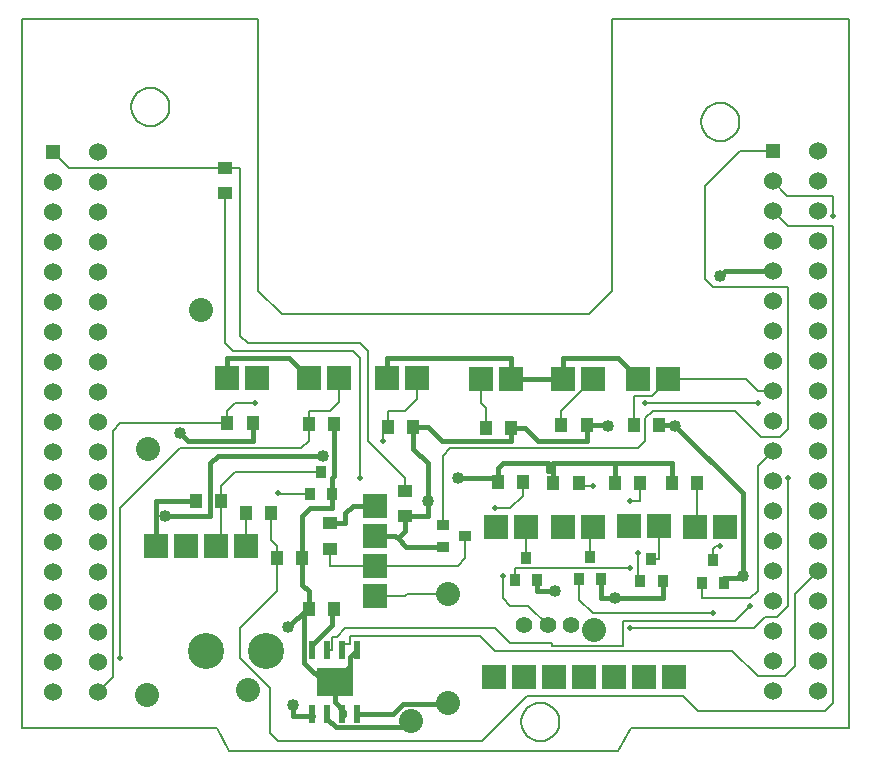
<source format=gbr>
G04 PROTEUS GERBER X2 FILE*
%TF.GenerationSoftware,Labcenter,Proteus,8.12-SP0-Build30713*%
%TF.CreationDate,2021-08-06T04:24:26+00:00*%
%TF.FileFunction,Copper,L1,Top*%
%TF.FilePolarity,Positive*%
%TF.Part,Single*%
%TF.SameCoordinates,{793229e0-97f6-4af7-a571-5be770182b8e}*%
%FSLAX45Y45*%
%MOMM*%
G01*
%TA.AperFunction,Conductor*%
%ADD10C,0.381000*%
%ADD11C,0.203200*%
%TA.AperFunction,ViaPad*%
%ADD12C,1.016000*%
%ADD13C,0.508000*%
%TA.AperFunction,ComponentPad*%
%ADD14R,1.270000X1.270000*%
%ADD15C,1.524000*%
%TA.AperFunction,ComponentPad*%
%ADD16C,2.032000*%
%TA.AperFunction,ComponentPad*%
%ADD17C,3.048000*%
%TA.AperFunction,SMDPad,CuDef*%
%ADD18R,0.609600X1.549400*%
%ADD19R,3.149600X2.438400*%
%TA.AperFunction,SMDPad,CuDef*%
%ADD70R,1.016000X1.270000*%
%TA.AperFunction,ComponentPad*%
%ADD71R,2.032000X2.032000*%
%TA.AperFunction,SMDPad,CuDef*%
%ADD20R,1.016000X0.889000*%
%TA.AperFunction,SMDPad,CuDef*%
%ADD21R,1.270000X1.016000*%
%TA.AperFunction,SMDPad,CuDef*%
%ADD22R,0.889000X1.016000*%
%TA.AperFunction,WasherPad*%
%ADD23C,1.397000*%
%TA.AperFunction,Profile*%
%ADD24C,0.203200*%
%TD.AperFunction*%
D10*
X+2291905Y+192055D02*
X+2291905Y+102055D01*
X+2459920Y+102055D01*
X+2463215Y+98760D01*
X+2459500Y+120000D01*
X+4144000Y+2950000D02*
X+4144000Y+3127000D01*
X+3090000Y+3127000D01*
X+3090000Y+2960000D01*
X+1736000Y+2960000D02*
X+1736000Y+3127000D01*
X+2263000Y+3127000D01*
X+2430000Y+2960000D01*
X+4580000Y+2950000D02*
X+4580000Y+3127000D01*
X+5043000Y+3127000D01*
X+5220000Y+2950000D01*
X+4144000Y+2950000D02*
X+4144001Y+2950001D01*
X+4325500Y+2950001D01*
X+4325501Y+2950000D01*
X+4580000Y+2950000D01*
X+3690500Y+2111000D02*
X+4030000Y+2111000D01*
X+4071500Y+2238000D02*
X+4030000Y+2196500D01*
X+4030000Y+2111000D01*
X+5020000Y+2238000D02*
X+4500000Y+2238000D01*
X+4500000Y+2174500D01*
X+4071500Y+2238000D02*
X+4452500Y+2238000D01*
X+4452500Y+2174500D01*
X+4500000Y+2174500D01*
X+4500000Y+2070000D01*
X+5020000Y+2238000D02*
X+5500000Y+2238000D01*
X+5500000Y+2070000D01*
X+1214000Y+1793500D02*
X+1595000Y+1793500D01*
X+1595000Y+2238000D01*
X+1658500Y+2301500D01*
X+2547500Y+2301500D01*
X+4030000Y+2111000D02*
X+4030000Y+2080000D01*
X+5020000Y+2174500D02*
X+5020000Y+2238000D01*
X+5020000Y+2174500D02*
X+5020000Y+2070000D01*
X+1341000Y+1920000D02*
X+1470000Y+1920000D01*
X+1138000Y+1540000D02*
X+1138000Y+1920000D01*
X+1341000Y+1920000D01*
X+2992000Y+1880000D02*
X+2801500Y+1880000D01*
X+2738000Y+1816500D01*
X+2738000Y+1730000D01*
X+2611000Y+1730000D01*
X+2426640Y+1010000D02*
X+2426640Y+1158500D01*
X+2373360Y+1211780D01*
X+2373360Y+1440000D01*
X+5024000Y+1095000D02*
X+4903980Y+1095000D01*
X+4903980Y+1259500D01*
X+4140000Y+2540000D02*
X+4262000Y+2540000D01*
X+4373500Y+2428500D01*
X+4780000Y+2428500D01*
X+4780000Y+2560000D01*
X+5024000Y+1095000D02*
X+5423980Y+1095000D01*
X+5423980Y+1239500D01*
X+5532000Y+2555500D02*
X+6103500Y+1984000D01*
X+6103500Y+1285500D01*
X+4140000Y+2540000D02*
X+4140000Y+2428500D01*
X+3558000Y+2428500D01*
X+3436500Y+2550000D01*
X+3313360Y+2550000D01*
X+6356000Y+3864000D02*
X+5951500Y+3864000D01*
X+5913000Y+3825500D01*
X+1341000Y+2492000D02*
X+1404500Y+2428500D01*
X+1953360Y+2428500D01*
X+1953360Y+2580000D01*
X+3313360Y+2550000D02*
X+3313360Y+2361140D01*
X+3436500Y+2238000D01*
X+3246000Y+1793640D02*
X+3436500Y+1793640D01*
X+3436500Y+1920500D01*
X+3182500Y+1603000D02*
X+3253480Y+1532020D01*
X+3563500Y+1532020D01*
X+2373360Y+1440000D02*
X+2373360Y+1793500D01*
X+2436860Y+1857000D01*
X+2623980Y+1857000D01*
X+2623980Y+1979500D01*
X+2623980Y+2111000D01*
X+2643360Y+2130380D01*
X+2643360Y+2570000D01*
X+6103500Y+1285500D02*
X+6084450Y+1266450D01*
X+5943980Y+1266450D01*
X+5943980Y+1229500D01*
X+2992000Y+1626000D02*
X+3159500Y+1626000D01*
X+3182500Y+1603000D01*
X+5532000Y+2555500D02*
X+5527500Y+2560000D01*
X+5393360Y+2560000D01*
X+4780000Y+2560000D02*
X+4956000Y+2560000D01*
X+4960500Y+2555500D01*
X+3436500Y+2238000D02*
X+3436500Y+1920500D01*
X+3246000Y+1793640D02*
X+3246000Y+1666500D01*
X+3182500Y+1603000D01*
X+4516000Y+1158500D02*
X+4363980Y+1158500D01*
X+4363980Y+1249500D01*
X+2650000Y+390000D02*
X+2780789Y+520789D01*
X+2780789Y+600289D01*
X+2840500Y+660000D01*
X+2426640Y+1010000D02*
X+2411434Y+1010000D01*
X+2252372Y+850938D01*
X+2650000Y+390000D02*
X+2553532Y+390000D01*
X+2390738Y+552794D01*
X+2390738Y+974098D01*
X+2426640Y+1010000D01*
X+2650000Y+240000D02*
X+2650000Y+215061D01*
X+2730062Y+134999D01*
X+2730062Y+105349D01*
X+2713500Y+120000D01*
X+2650000Y+390000D02*
X+2650000Y+240000D01*
D11*
X+5700000Y+1700000D02*
X+5713360Y+1713360D01*
X+5713360Y+2070000D01*
X+5913000Y+1539500D02*
X+5875400Y+1539500D01*
X+5850000Y+1514100D01*
X+5850000Y+1420000D01*
X+4008000Y+1857000D02*
X+4135000Y+1857000D01*
X+4243360Y+1965360D01*
X+4243360Y+2080000D01*
X+4264000Y+1700000D02*
X+4270000Y+1694000D01*
X+4270000Y+1440000D01*
X+4833500Y+2047500D02*
X+4713360Y+2047500D01*
X+4713360Y+2070000D01*
X+4834000Y+1700000D02*
X+4810000Y+1676000D01*
X+4810000Y+1450000D01*
X+5151000Y+1920500D02*
X+5233360Y+1920500D01*
X+5233360Y+2070000D01*
X+5394000Y+1710000D02*
X+5394000Y+1430000D01*
X+5330000Y+1430000D01*
D10*
X+2459500Y+660000D02*
X+2449500Y+660000D01*
X+2449500Y+694630D01*
X+2627819Y+872949D01*
X+2627819Y+946500D01*
X+2640000Y+1010000D01*
X+3290000Y+60000D02*
X+3235371Y+5371D01*
X+2659781Y+5371D01*
X+2586500Y+78652D01*
X+2586500Y+120000D01*
X+3610000Y+210000D02*
X+3556962Y+201938D01*
X+3553668Y+198644D01*
X+3224226Y+198644D01*
X+3145582Y+120000D01*
X+2840500Y+120000D01*
D11*
X+5849500Y+968000D02*
X+4833500Y+968000D01*
X+4716020Y+1085480D01*
X+4716020Y+1259500D01*
X+5151000Y+1349000D02*
X+4176020Y+1349000D01*
X+4176020Y+1249500D01*
X+6484500Y+2111000D02*
X+6484500Y+1031500D01*
X+6392190Y+939190D01*
X+6294000Y+939190D01*
X+6195810Y+841000D01*
X+5151000Y+841000D01*
X+6356000Y+2340000D02*
X+6230500Y+2214500D01*
X+6230500Y+1158500D01*
X+6167000Y+1095000D01*
X+5756020Y+1095000D01*
X+5756020Y+1229500D01*
X+6737000Y+1324000D02*
X+6548000Y+1135000D01*
X+6548000Y+523500D01*
X+6459500Y+435000D01*
X+6230500Y+435000D01*
X+6015000Y+650500D01*
X+4008000Y+650500D01*
X+3881000Y+777500D01*
X+2780360Y+777500D01*
X+2780360Y+709530D01*
X+2713500Y+709530D01*
X+2713500Y+660000D01*
X+6167000Y+1031500D02*
X+6040000Y+904500D01*
X+5087500Y+904500D01*
X+5087500Y+695800D01*
X+4491758Y+695800D01*
X+4491758Y+714000D01*
X+4135000Y+714000D01*
X+4008000Y+841000D01*
X+2738000Y+841000D01*
X+2665755Y+768755D01*
X+2626030Y+768755D01*
X+2626030Y+660000D01*
X+2586500Y+660000D01*
X+4834000Y+2950000D02*
X+4566640Y+2682640D01*
X+4566640Y+2560000D01*
X+5278000Y+2746000D02*
X+6230500Y+2746000D01*
X+5474000Y+2950000D02*
X+5333500Y+2809500D01*
X+5180000Y+2809500D01*
X+5180000Y+2560000D01*
X+5474000Y+2950000D02*
X+6128500Y+2950000D01*
X+6230500Y+2848000D01*
X+6356000Y+2848000D01*
X+3890000Y+2950000D02*
X+3890000Y+2746000D01*
X+3926640Y+2709360D01*
X+3926640Y+2540000D01*
X+6865500Y+4333500D02*
X+6865500Y+4502810D01*
X+6479190Y+4502810D01*
X+6356000Y+4626000D01*
X+2160000Y+1440000D02*
X+2160000Y+1539500D01*
X+2110000Y+1589500D01*
X+2110000Y+1820000D01*
X+1740000Y+2580000D02*
X+833000Y+2580000D01*
X+769500Y+2516500D01*
X+769500Y+432500D01*
X+641000Y+304000D01*
X+1740000Y+2580000D02*
X+1740000Y+2682500D01*
X+1803500Y+2746000D01*
X+1976000Y+2746000D01*
X+2430000Y+2570000D02*
X+2430000Y+2682500D01*
X+2611000Y+2682500D01*
X+2684000Y+2755500D01*
X+2684000Y+2960000D01*
X+2430000Y+2570000D02*
X+2430000Y+2428500D01*
X+2366500Y+2365000D01*
X+1341000Y+2365000D01*
X+833000Y+1857000D01*
X+833000Y+587000D01*
X+1722000Y+4737360D02*
X+1849000Y+4737360D01*
X+1849000Y+3317500D01*
X+1912500Y+3254000D01*
X+2865000Y+3254000D01*
X+2928500Y+3190500D01*
X+2928500Y+2428500D01*
X+3246000Y+2111000D01*
X+3246000Y+2007000D01*
X+1722000Y+4737360D02*
X+398640Y+4737360D01*
X+260000Y+4876000D01*
X+2166500Y+1984000D02*
X+2171000Y+1979500D01*
X+2436020Y+1979500D01*
X+3100000Y+2550000D02*
X+3055500Y+2550000D01*
X+3055500Y+2428500D01*
X+3100000Y+2550000D02*
X+3100000Y+2682500D01*
X+3246000Y+2682500D01*
X+3344000Y+2780500D01*
X+3344000Y+2960000D01*
X+4071500Y+1285500D02*
X+4071500Y+1095000D01*
X+4135000Y+1031500D01*
X+4288500Y+1031500D01*
X+4450000Y+870000D01*
X+1900000Y+1540000D02*
X+1896640Y+1543360D01*
X+1896640Y+1820000D01*
X+1683360Y+1920000D02*
X+1683360Y+2047500D01*
X+1805860Y+2170000D01*
X+2530000Y+2170000D01*
X+1683360Y+1920000D02*
X+1683360Y+1577360D01*
X+1646000Y+1540000D01*
X+2865000Y+2111000D02*
X+2865000Y+3127000D01*
X+2801500Y+3190500D01*
X+1785500Y+3190500D01*
X+1722000Y+3254000D01*
X+1722000Y+4524000D01*
X+2992000Y+1118000D02*
X+3246000Y+1118000D01*
X+3258000Y+1130000D01*
X+3610000Y+1130000D01*
X+2992000Y+1372000D02*
X+3690500Y+1372000D01*
X+3754000Y+1435500D01*
X+3754000Y+1626000D01*
X+2992000Y+1372000D02*
X+2611000Y+1372000D01*
X+2611000Y+1516640D01*
X+2160000Y+1440000D02*
X+2160000Y+1158500D01*
X+1849000Y+847500D01*
X+1849000Y+587000D01*
X+2103000Y+333000D01*
X+2103000Y-48000D01*
X+2166500Y-111500D01*
X+3898500Y-111500D01*
X+4279500Y+269500D01*
X+5595500Y+269500D01*
X+5722500Y+142500D01*
X+6802000Y+142500D01*
X+6865500Y+206000D01*
X+6865500Y+4245000D01*
X+6483000Y+4245000D01*
X+6356000Y+4372000D01*
X+3563500Y+1719980D02*
X+3563500Y+2301500D01*
X+3627000Y+2365000D01*
X+5214500Y+2365000D01*
X+5278000Y+2428500D01*
X+5278000Y+2619000D01*
X+5341500Y+2682500D01*
X+6040000Y+2682500D01*
X+6259310Y+2463190D01*
X+6421000Y+2463190D01*
X+6484500Y+2526690D01*
X+6484500Y+3734260D01*
X+5849500Y+3734260D01*
X+5786000Y+3797760D01*
X+5786000Y+4586000D01*
X+6080000Y+4880000D01*
X+6356000Y+4880000D01*
X+5236020Y+1239500D02*
X+5214500Y+1239500D01*
X+5214500Y+1476000D01*
D12*
X+2291905Y+192055D03*
X+2547500Y+2301500D03*
X+1214000Y+1793500D03*
X+3690500Y+2111000D03*
X+5024000Y+1095000D03*
X+5913000Y+3825500D03*
X+1341000Y+2492000D03*
X+4960500Y+2555500D03*
X+4516000Y+1158500D03*
X+3436500Y+1920500D03*
X+6103500Y+1285500D03*
X+5532000Y+2555500D03*
X+2252372Y+850938D03*
D13*
X+5913000Y+1539500D03*
X+4008000Y+1857000D03*
X+4833500Y+2047500D03*
X+5151000Y+1920500D03*
X+5849500Y+968000D03*
X+5151000Y+1349000D03*
X+5151000Y+841000D03*
X+6484500Y+2111000D03*
X+6167000Y+1031500D03*
X+6230500Y+2746000D03*
X+5278000Y+2746000D03*
X+6865500Y+4333500D03*
X+1976000Y+2746000D03*
X+833000Y+587000D03*
X+2166500Y+1984000D03*
X+3055500Y+2428500D03*
X+4071500Y+1285500D03*
X+2865000Y+2111000D03*
X+5214500Y+1476000D03*
D14*
X+260000Y+4876000D03*
D15*
X+641000Y+4876000D03*
X+260000Y+4622000D03*
X+641000Y+4622000D03*
X+260000Y+4368000D03*
X+641000Y+4368000D03*
X+260000Y+4114000D03*
X+641000Y+4114000D03*
X+260000Y+3860000D03*
X+641000Y+3860000D03*
X+260000Y+3606000D03*
X+641000Y+3606000D03*
X+260000Y+3352000D03*
X+641000Y+3352000D03*
X+260000Y+3098000D03*
X+641000Y+3098000D03*
X+260000Y+2844000D03*
X+641000Y+2844000D03*
X+260000Y+2590000D03*
X+641000Y+2590000D03*
X+260000Y+2336000D03*
X+641000Y+2336000D03*
X+260000Y+2082000D03*
X+641000Y+2082000D03*
X+260000Y+1828000D03*
X+641000Y+1828000D03*
X+260000Y+1574000D03*
X+641000Y+1574000D03*
X+260000Y+1320000D03*
X+641000Y+1320000D03*
X+260000Y+1066000D03*
X+641000Y+1066000D03*
X+260000Y+812000D03*
X+641000Y+812000D03*
X+260000Y+558000D03*
X+641000Y+558000D03*
X+260000Y+304000D03*
X+641000Y+304000D03*
D14*
X+6356000Y+4880000D03*
D15*
X+6737000Y+4880000D03*
X+6356000Y+4626000D03*
X+6737000Y+4626000D03*
X+6356000Y+4372000D03*
X+6737000Y+4372000D03*
X+6356000Y+4118000D03*
X+6737000Y+4118000D03*
X+6356000Y+3864000D03*
X+6737000Y+3864000D03*
X+6356000Y+3610000D03*
X+6737000Y+3610000D03*
X+6356000Y+3356000D03*
X+6737000Y+3356000D03*
X+6356000Y+3102000D03*
X+6737000Y+3102000D03*
X+6356000Y+2848000D03*
X+6737000Y+2848000D03*
X+6356000Y+2594000D03*
X+6737000Y+2594000D03*
X+6356000Y+2340000D03*
X+6737000Y+2340000D03*
X+6356000Y+2086000D03*
X+6737000Y+2086000D03*
X+6356000Y+1832000D03*
X+6737000Y+1832000D03*
X+6356000Y+1578000D03*
X+6737000Y+1578000D03*
X+6356000Y+1324000D03*
X+6737000Y+1324000D03*
X+6356000Y+1070000D03*
X+6737000Y+1070000D03*
X+6356000Y+816000D03*
X+6737000Y+816000D03*
X+6356000Y+562000D03*
X+6737000Y+562000D03*
X+6356000Y+308000D03*
X+6737000Y+308000D03*
D16*
X+1060000Y+280000D03*
X+1520000Y+3540000D03*
X+1070000Y+2360000D03*
D17*
X+1560000Y+650000D03*
X+2068000Y+650000D03*
D16*
X+1910000Y+320000D03*
D18*
X+2840500Y+660000D03*
X+2713500Y+660000D03*
X+2586500Y+660000D03*
X+2459500Y+660000D03*
X+2459500Y+120000D03*
X+2586500Y+120000D03*
X+2713500Y+120000D03*
X+2840500Y+120000D03*
D19*
X+2650000Y+390000D03*
D70*
X+2640000Y+1010000D03*
X+2426640Y+1010000D03*
D16*
X+3290000Y+60000D03*
X+3610000Y+210000D03*
D71*
X+5520000Y+430000D03*
X+5266000Y+430000D03*
X+5012000Y+430000D03*
X+4758000Y+430000D03*
X+4504000Y+430000D03*
X+4250000Y+430000D03*
X+3996000Y+430000D03*
X+2992000Y+1880000D03*
X+2992000Y+1626000D03*
X+2992000Y+1372000D03*
X+2992000Y+1118000D03*
D20*
X+3754000Y+1626000D03*
X+3563500Y+1719980D03*
X+3563500Y+1532020D03*
D21*
X+2611000Y+1730000D03*
X+2611000Y+1516640D03*
X+1722000Y+4524000D03*
X+1722000Y+4737360D03*
X+3246000Y+2007000D03*
X+3246000Y+1793640D03*
D16*
X+3610000Y+1130000D03*
D71*
X+1138000Y+1540000D03*
X+1392000Y+1540000D03*
X+1646000Y+1540000D03*
X+1900000Y+1540000D03*
D70*
X+1896640Y+1820000D03*
X+2110000Y+1820000D03*
X+1470000Y+1920000D03*
X+1683360Y+1920000D03*
X+2160000Y+1440000D03*
X+2373360Y+1440000D03*
D22*
X+2530000Y+2170000D03*
X+2436020Y+1979500D03*
X+2623980Y+1979500D03*
D71*
X+4010000Y+1700000D03*
X+4264000Y+1700000D03*
D22*
X+4270000Y+1440000D03*
X+4176020Y+1249500D03*
X+4363980Y+1249500D03*
D70*
X+4030000Y+2080000D03*
X+4243360Y+2080000D03*
D71*
X+4580000Y+1700000D03*
X+4834000Y+1700000D03*
D70*
X+4500000Y+2070000D03*
X+4713360Y+2070000D03*
D22*
X+4810000Y+1450000D03*
X+4716020Y+1259500D03*
X+4903980Y+1259500D03*
D71*
X+5140000Y+1710000D03*
X+5394000Y+1710000D03*
X+5700000Y+1700000D03*
X+5954000Y+1700000D03*
D22*
X+5330000Y+1430000D03*
X+5236020Y+1239500D03*
X+5423980Y+1239500D03*
X+5850000Y+1420000D03*
X+5756020Y+1229500D03*
X+5943980Y+1229500D03*
D70*
X+5020000Y+2070000D03*
X+5233360Y+2070000D03*
X+5500000Y+2070000D03*
X+5713360Y+2070000D03*
D23*
X+4250000Y+870000D03*
X+4450000Y+870000D03*
X+4650000Y+870000D03*
D16*
X+4840000Y+830000D03*
D71*
X+1736000Y+2960000D03*
X+1990000Y+2960000D03*
D70*
X+1740000Y+2580000D03*
X+1953360Y+2580000D03*
D71*
X+3890000Y+2950000D03*
X+4144000Y+2950000D03*
D70*
X+3926640Y+2540000D03*
X+4140000Y+2540000D03*
D71*
X+4580000Y+2950000D03*
X+4834000Y+2950000D03*
D70*
X+4566640Y+2560000D03*
X+4780000Y+2560000D03*
D71*
X+2430000Y+2960000D03*
X+2684000Y+2960000D03*
D70*
X+2430000Y+2570000D03*
X+2643360Y+2570000D03*
D71*
X+3090000Y+2960000D03*
X+3344000Y+2960000D03*
D70*
X+3100000Y+2550000D03*
X+3313360Y+2550000D03*
D71*
X+5220000Y+2950000D03*
X+5474000Y+2950000D03*
D70*
X+5180000Y+2560000D03*
X+5393360Y+2560000D03*
D24*
X+0Y+0D02*
X+1650000Y+0D01*
X+7000000Y+0D02*
X+7000000Y+6000000D01*
X+5000000Y+6000000D01*
X+5000000Y+3700000D01*
X+4800000Y+3500000D01*
X+2200000Y+3500000D01*
X+2000000Y+3700000D02*
X+2000000Y+6000000D01*
X+0Y+6000000D01*
X+0Y+0D01*
X+2000000Y+3700000D02*
X+2200000Y+3500000D01*
X+5160000Y+0D02*
X+7000000Y+0D01*
X+1750000Y-200000D02*
X+5050000Y-200000D01*
X+1650000Y+0D02*
X+1750000Y-200000D01*
X+5160000Y+0D02*
X+5050000Y-200000D01*
X+4550045Y+50000D02*
X+4549508Y+63142D01*
X+4545144Y+89427D01*
X+4536029Y+115712D01*
X+4521182Y+141997D01*
X+4498470Y+168118D01*
X+4472185Y+187898D01*
X+4445900Y+200658D01*
X+4419615Y+208108D01*
X+4393330Y+210987D01*
X+4389000Y+211045D01*
X+4227955Y+50000D02*
X+4228492Y+63142D01*
X+4232856Y+89427D01*
X+4241971Y+115712D01*
X+4256818Y+141997D01*
X+4279530Y+168118D01*
X+4305815Y+187898D01*
X+4332100Y+200658D01*
X+4358385Y+208108D01*
X+4384670Y+210987D01*
X+4389000Y+211045D01*
X+4227955Y+50000D02*
X+4228492Y+36858D01*
X+4232856Y+10573D01*
X+4241971Y-15712D01*
X+4256818Y-41997D01*
X+4279530Y-68118D01*
X+4305815Y-87898D01*
X+4332100Y-100658D01*
X+4358385Y-108108D01*
X+4384670Y-110987D01*
X+4389000Y-111045D01*
X+4550045Y+50000D02*
X+4549508Y+36858D01*
X+4545144Y+10573D01*
X+4536029Y-15712D01*
X+4521182Y-41997D01*
X+4498470Y-68118D01*
X+4472185Y-87898D01*
X+4445900Y-100658D01*
X+4419615Y-108108D01*
X+4393330Y-110987D01*
X+4389000Y-111045D01*
X+6074045Y+5130000D02*
X+6073508Y+5143142D01*
X+6069144Y+5169427D01*
X+6060029Y+5195712D01*
X+6045182Y+5221997D01*
X+6022470Y+5248118D01*
X+5996185Y+5267898D01*
X+5969900Y+5280658D01*
X+5943615Y+5288108D01*
X+5917330Y+5290987D01*
X+5913000Y+5291045D01*
X+5751955Y+5130000D02*
X+5752492Y+5143142D01*
X+5756856Y+5169427D01*
X+5765971Y+5195712D01*
X+5780818Y+5221997D01*
X+5803530Y+5248118D01*
X+5829815Y+5267898D01*
X+5856100Y+5280658D01*
X+5882385Y+5288108D01*
X+5908670Y+5290987D01*
X+5913000Y+5291045D01*
X+5751955Y+5130000D02*
X+5752492Y+5116858D01*
X+5756856Y+5090573D01*
X+5765971Y+5064288D01*
X+5780818Y+5038003D01*
X+5803530Y+5011882D01*
X+5829815Y+4992102D01*
X+5856100Y+4979342D01*
X+5882385Y+4971892D01*
X+5908670Y+4969013D01*
X+5913000Y+4968955D01*
X+6074045Y+5130000D02*
X+6073508Y+5116858D01*
X+6069144Y+5090573D01*
X+6060029Y+5064288D01*
X+6045182Y+5038003D01*
X+6022470Y+5011882D01*
X+5996185Y+4992102D01*
X+5969900Y+4979342D01*
X+5943615Y+4971892D01*
X+5917330Y+4969013D01*
X+5913000Y+4968955D01*
X+1248045Y+5257000D02*
X+1247508Y+5270142D01*
X+1243144Y+5296427D01*
X+1234029Y+5322712D01*
X+1219182Y+5348997D01*
X+1196470Y+5375118D01*
X+1170185Y+5394898D01*
X+1143900Y+5407658D01*
X+1117615Y+5415108D01*
X+1091330Y+5417987D01*
X+1087000Y+5418045D01*
X+925955Y+5257000D02*
X+926492Y+5270142D01*
X+930856Y+5296427D01*
X+939971Y+5322712D01*
X+954818Y+5348997D01*
X+977530Y+5375118D01*
X+1003815Y+5394898D01*
X+1030100Y+5407658D01*
X+1056385Y+5415108D01*
X+1082670Y+5417987D01*
X+1087000Y+5418045D01*
X+925955Y+5257000D02*
X+926492Y+5243858D01*
X+930856Y+5217573D01*
X+939971Y+5191288D01*
X+954818Y+5165003D01*
X+977530Y+5138882D01*
X+1003815Y+5119102D01*
X+1030100Y+5106342D01*
X+1056385Y+5098892D01*
X+1082670Y+5096013D01*
X+1087000Y+5095955D01*
X+1248045Y+5257000D02*
X+1247508Y+5243858D01*
X+1243144Y+5217573D01*
X+1234029Y+5191288D01*
X+1219182Y+5165003D01*
X+1196470Y+5138882D01*
X+1170185Y+5119102D01*
X+1143900Y+5106342D01*
X+1117615Y+5098892D01*
X+1091330Y+5096013D01*
X+1087000Y+5095955D01*
M02*

</source>
